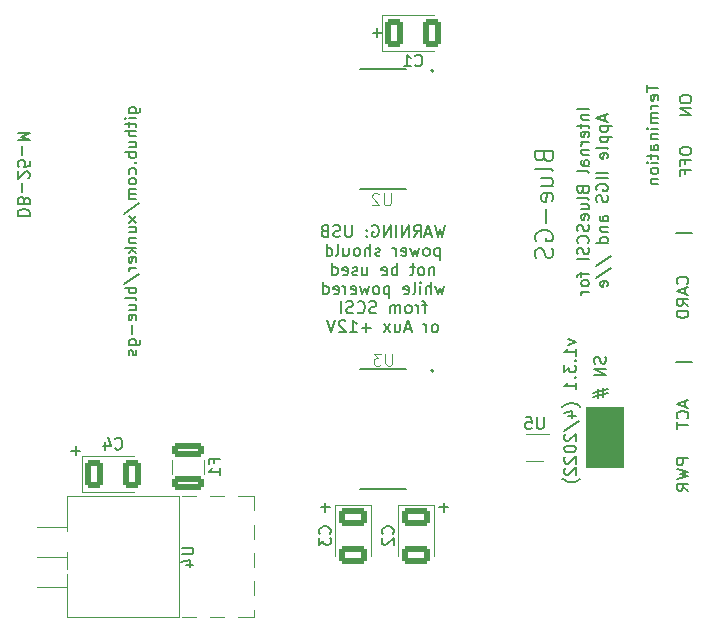
<source format=gbo>
%TF.GenerationSoftware,KiCad,Pcbnew,(6.0.4-0)*%
%TF.CreationDate,2022-04-27T14:28:45-07:00*%
%TF.ProjectId,bluescsi_iigs_internal,626c7565-7363-4736-995f-696967735f69,rev?*%
%TF.SameCoordinates,Original*%
%TF.FileFunction,Legend,Bot*%
%TF.FilePolarity,Positive*%
%FSLAX46Y46*%
G04 Gerber Fmt 4.6, Leading zero omitted, Abs format (unit mm)*
G04 Created by KiCad (PCBNEW (6.0.4-0)) date 2022-04-27 14:28:45*
%MOMM*%
%LPD*%
G01*
G04 APERTURE LIST*
G04 Aperture macros list*
%AMRoundRect*
0 Rectangle with rounded corners*
0 $1 Rounding radius*
0 $2 $3 $4 $5 $6 $7 $8 $9 X,Y pos of 4 corners*
0 Add a 4 corners polygon primitive as box body*
4,1,4,$2,$3,$4,$5,$6,$7,$8,$9,$2,$3,0*
0 Add four circle primitives for the rounded corners*
1,1,$1+$1,$2,$3*
1,1,$1+$1,$4,$5*
1,1,$1+$1,$6,$7*
1,1,$1+$1,$8,$9*
0 Add four rect primitives between the rounded corners*
20,1,$1+$1,$2,$3,$4,$5,0*
20,1,$1+$1,$4,$5,$6,$7,0*
20,1,$1+$1,$6,$7,$8,$9,0*
20,1,$1+$1,$8,$9,$2,$3,0*%
G04 Aperture macros list end*
%ADD10C,0.100000*%
%ADD11C,0.150000*%
%ADD12C,0.200000*%
%ADD13C,0.120000*%
%ADD14C,0.127000*%
%ADD15R,3.480000X1.846667*%
%ADD16R,1.500000X0.400000*%
%ADD17O,2.000000X1.905000*%
%ADD18R,2.000000X1.905000*%
%ADD19O,3.500000X3.500000*%
%ADD20C,2.100000*%
%ADD21O,1.700000X1.700000*%
%ADD22R,1.700000X1.700000*%
%ADD23RoundRect,0.250000X1.075000X-0.375000X1.075000X0.375000X-1.075000X0.375000X-1.075000X-0.375000X0*%
%ADD24RoundRect,0.250000X-0.500000X-0.925000X0.500000X-0.925000X0.500000X0.925000X-0.500000X0.925000X0*%
%ADD25C,0.900000*%
%ADD26RoundRect,0.250000X-0.925000X0.500000X-0.925000X-0.500000X0.925000X-0.500000X0.925000X0.500000X0*%
%ADD27C,1.700000*%
%ADD28R,1.970000X0.600000*%
G04 APERTURE END LIST*
D10*
G36*
X180340000Y-89535000D02*
G01*
X177165000Y-89535000D01*
X177165000Y-84455000D01*
X180340000Y-84455000D01*
X180340000Y-89535000D01*
G37*
X180340000Y-89535000D02*
X177165000Y-89535000D01*
X177165000Y-84455000D01*
X180340000Y-84455000D01*
X180340000Y-89535000D01*
D11*
X178839761Y-80224523D02*
X178887380Y-80367380D01*
X178887380Y-80605476D01*
X178839761Y-80700714D01*
X178792142Y-80748333D01*
X178696904Y-80795952D01*
X178601666Y-80795952D01*
X178506428Y-80748333D01*
X178458809Y-80700714D01*
X178411190Y-80605476D01*
X178363571Y-80415000D01*
X178315952Y-80319761D01*
X178268333Y-80272142D01*
X178173095Y-80224523D01*
X178077857Y-80224523D01*
X177982619Y-80272142D01*
X177935000Y-80319761D01*
X177887380Y-80415000D01*
X177887380Y-80653095D01*
X177935000Y-80795952D01*
X178887380Y-81224523D02*
X177887380Y-81224523D01*
X178887380Y-81795952D01*
X177887380Y-81795952D01*
X178220714Y-82986428D02*
X178220714Y-83700714D01*
X177792142Y-83272142D02*
X179077857Y-82986428D01*
X178649285Y-83605476D02*
X178649285Y-82891190D01*
X179077857Y-83319761D02*
X177792142Y-83605476D01*
X129087619Y-68293809D02*
X130087619Y-68293809D01*
X130087619Y-68055714D01*
X130040000Y-67912857D01*
X129944761Y-67817619D01*
X129849523Y-67770000D01*
X129659047Y-67722380D01*
X129516190Y-67722380D01*
X129325714Y-67770000D01*
X129230476Y-67817619D01*
X129135238Y-67912857D01*
X129087619Y-68055714D01*
X129087619Y-68293809D01*
X129611428Y-66960476D02*
X129563809Y-66817619D01*
X129516190Y-66770000D01*
X129420952Y-66722380D01*
X129278095Y-66722380D01*
X129182857Y-66770000D01*
X129135238Y-66817619D01*
X129087619Y-66912857D01*
X129087619Y-67293809D01*
X130087619Y-67293809D01*
X130087619Y-66960476D01*
X130040000Y-66865238D01*
X129992380Y-66817619D01*
X129897142Y-66770000D01*
X129801904Y-66770000D01*
X129706666Y-66817619D01*
X129659047Y-66865238D01*
X129611428Y-66960476D01*
X129611428Y-67293809D01*
X129468571Y-66293809D02*
X129468571Y-65531904D01*
X129992380Y-65103333D02*
X130040000Y-65055714D01*
X130087619Y-64960476D01*
X130087619Y-64722380D01*
X130040000Y-64627142D01*
X129992380Y-64579523D01*
X129897142Y-64531904D01*
X129801904Y-64531904D01*
X129659047Y-64579523D01*
X129087619Y-65150952D01*
X129087619Y-64531904D01*
X130087619Y-63627142D02*
X130087619Y-64103333D01*
X129611428Y-64150952D01*
X129659047Y-64103333D01*
X129706666Y-64008095D01*
X129706666Y-63770000D01*
X129659047Y-63674761D01*
X129611428Y-63627142D01*
X129516190Y-63579523D01*
X129278095Y-63579523D01*
X129182857Y-63627142D01*
X129135238Y-63674761D01*
X129087619Y-63770000D01*
X129087619Y-64008095D01*
X129135238Y-64103333D01*
X129182857Y-64150952D01*
X129468571Y-63150952D02*
X129468571Y-62389047D01*
X129087619Y-61912857D02*
X130087619Y-61912857D01*
X129373333Y-61579523D01*
X130087619Y-61246190D01*
X129087619Y-61246190D01*
X186205714Y-69731619D02*
X184777142Y-69731619D01*
X185777142Y-74064952D02*
X185824761Y-74017333D01*
X185872380Y-73874476D01*
X185872380Y-73779238D01*
X185824761Y-73636380D01*
X185729523Y-73541142D01*
X185634285Y-73493523D01*
X185443809Y-73445904D01*
X185300952Y-73445904D01*
X185110476Y-73493523D01*
X185015238Y-73541142D01*
X184920000Y-73636380D01*
X184872380Y-73779238D01*
X184872380Y-73874476D01*
X184920000Y-74017333D01*
X184967619Y-74064952D01*
X185586666Y-74445904D02*
X185586666Y-74922095D01*
X185872380Y-74350666D02*
X184872380Y-74684000D01*
X185872380Y-75017333D01*
X185872380Y-75922095D02*
X185396190Y-75588761D01*
X185872380Y-75350666D02*
X184872380Y-75350666D01*
X184872380Y-75731619D01*
X184920000Y-75826857D01*
X184967619Y-75874476D01*
X185062857Y-75922095D01*
X185205714Y-75922095D01*
X185300952Y-75874476D01*
X185348571Y-75826857D01*
X185396190Y-75731619D01*
X185396190Y-75350666D01*
X185872380Y-76350666D02*
X184872380Y-76350666D01*
X184872380Y-76588761D01*
X184920000Y-76731619D01*
X185015238Y-76826857D01*
X185110476Y-76874476D01*
X185300952Y-76922095D01*
X185443809Y-76922095D01*
X185634285Y-76874476D01*
X185729523Y-76826857D01*
X185824761Y-76731619D01*
X185872380Y-76588761D01*
X185872380Y-76350666D01*
X186205714Y-80636380D02*
X184777142Y-80636380D01*
X175680714Y-78740761D02*
X176347380Y-78978857D01*
X175680714Y-79216952D01*
X176347380Y-80121714D02*
X176347380Y-79550285D01*
X176347380Y-79836000D02*
X175347380Y-79836000D01*
X175490238Y-79740761D01*
X175585476Y-79645523D01*
X175633095Y-79550285D01*
X176252142Y-80550285D02*
X176299761Y-80597904D01*
X176347380Y-80550285D01*
X176299761Y-80502666D01*
X176252142Y-80550285D01*
X176347380Y-80550285D01*
X175347380Y-80931238D02*
X175347380Y-81550285D01*
X175728333Y-81216952D01*
X175728333Y-81359809D01*
X175775952Y-81455047D01*
X175823571Y-81502666D01*
X175918809Y-81550285D01*
X176156904Y-81550285D01*
X176252142Y-81502666D01*
X176299761Y-81455047D01*
X176347380Y-81359809D01*
X176347380Y-81074095D01*
X176299761Y-80978857D01*
X176252142Y-80931238D01*
X176252142Y-81978857D02*
X176299761Y-82026476D01*
X176347380Y-81978857D01*
X176299761Y-81931238D01*
X176252142Y-81978857D01*
X176347380Y-81978857D01*
X176347380Y-82978857D02*
X176347380Y-82407428D01*
X176347380Y-82693142D02*
X175347380Y-82693142D01*
X175490238Y-82597904D01*
X175585476Y-82502666D01*
X175633095Y-82407428D01*
X176728333Y-84455047D02*
X176680714Y-84407428D01*
X176537857Y-84312190D01*
X176442619Y-84264571D01*
X176299761Y-84216952D01*
X176061666Y-84169333D01*
X175871190Y-84169333D01*
X175633095Y-84216952D01*
X175490238Y-84264571D01*
X175395000Y-84312190D01*
X175252142Y-84407428D01*
X175204523Y-84455047D01*
X175680714Y-85264571D02*
X176347380Y-85264571D01*
X175299761Y-85026476D02*
X176014047Y-84788380D01*
X176014047Y-85407428D01*
X175299761Y-86502666D02*
X176585476Y-85645523D01*
X175442619Y-86788380D02*
X175395000Y-86835999D01*
X175347380Y-86931238D01*
X175347380Y-87169333D01*
X175395000Y-87264571D01*
X175442619Y-87312190D01*
X175537857Y-87359809D01*
X175633095Y-87359809D01*
X175775952Y-87312190D01*
X176347380Y-86740761D01*
X176347380Y-87359809D01*
X175347380Y-87978857D02*
X175347380Y-88074095D01*
X175395000Y-88169333D01*
X175442619Y-88216952D01*
X175537857Y-88264571D01*
X175728333Y-88312190D01*
X175966428Y-88312190D01*
X176156904Y-88264571D01*
X176252142Y-88216952D01*
X176299761Y-88169333D01*
X176347380Y-88074095D01*
X176347380Y-87978857D01*
X176299761Y-87883619D01*
X176252142Y-87835999D01*
X176156904Y-87788380D01*
X175966428Y-87740761D01*
X175728333Y-87740761D01*
X175537857Y-87788380D01*
X175442619Y-87835999D01*
X175395000Y-87883619D01*
X175347380Y-87978857D01*
X175442619Y-88693142D02*
X175395000Y-88740761D01*
X175347380Y-88835999D01*
X175347380Y-89074095D01*
X175395000Y-89169333D01*
X175442619Y-89216952D01*
X175537857Y-89264571D01*
X175633095Y-89264571D01*
X175775952Y-89216952D01*
X176347380Y-88645523D01*
X176347380Y-89264571D01*
X175442619Y-89645523D02*
X175395000Y-89693142D01*
X175347380Y-89788380D01*
X175347380Y-90026476D01*
X175395000Y-90121714D01*
X175442619Y-90169333D01*
X175537857Y-90216952D01*
X175633095Y-90216952D01*
X175775952Y-90169333D01*
X176347380Y-89597904D01*
X176347380Y-90216952D01*
X176728333Y-90550285D02*
X176680714Y-90597904D01*
X176537857Y-90693142D01*
X176442619Y-90740761D01*
X176299761Y-90788380D01*
X176061666Y-90835999D01*
X175871190Y-90835999D01*
X175633095Y-90788380D01*
X175490238Y-90740761D01*
X175395000Y-90693142D01*
X175252142Y-90597904D01*
X175204523Y-90550285D01*
D12*
X173628857Y-63310000D02*
X173700285Y-63524285D01*
X173771714Y-63595714D01*
X173914571Y-63667142D01*
X174128857Y-63667142D01*
X174271714Y-63595714D01*
X174343142Y-63524285D01*
X174414571Y-63381428D01*
X174414571Y-62810000D01*
X172914571Y-62810000D01*
X172914571Y-63310000D01*
X172986000Y-63452857D01*
X173057428Y-63524285D01*
X173200285Y-63595714D01*
X173343142Y-63595714D01*
X173486000Y-63524285D01*
X173557428Y-63452857D01*
X173628857Y-63310000D01*
X173628857Y-62810000D01*
X174414571Y-64524285D02*
X174343142Y-64381428D01*
X174200285Y-64310000D01*
X172914571Y-64310000D01*
X173414571Y-65738571D02*
X174414571Y-65738571D01*
X173414571Y-65095714D02*
X174200285Y-65095714D01*
X174343142Y-65167142D01*
X174414571Y-65310000D01*
X174414571Y-65524285D01*
X174343142Y-65667142D01*
X174271714Y-65738571D01*
X174343142Y-67024285D02*
X174414571Y-66881428D01*
X174414571Y-66595714D01*
X174343142Y-66452857D01*
X174200285Y-66381428D01*
X173628857Y-66381428D01*
X173486000Y-66452857D01*
X173414571Y-66595714D01*
X173414571Y-66881428D01*
X173486000Y-67024285D01*
X173628857Y-67095714D01*
X173771714Y-67095714D01*
X173914571Y-66381428D01*
X173843142Y-67738571D02*
X173843142Y-68881428D01*
X172986000Y-70381428D02*
X172914571Y-70238571D01*
X172914571Y-70024285D01*
X172986000Y-69810000D01*
X173128857Y-69667142D01*
X173271714Y-69595714D01*
X173557428Y-69524285D01*
X173771714Y-69524285D01*
X174057428Y-69595714D01*
X174200285Y-69667142D01*
X174343142Y-69810000D01*
X174414571Y-70024285D01*
X174414571Y-70167142D01*
X174343142Y-70381428D01*
X174271714Y-70452857D01*
X173771714Y-70452857D01*
X173771714Y-70167142D01*
X174343142Y-71024285D02*
X174414571Y-71238571D01*
X174414571Y-71595714D01*
X174343142Y-71738571D01*
X174271714Y-71810000D01*
X174128857Y-71881428D01*
X173986000Y-71881428D01*
X173843142Y-71810000D01*
X173771714Y-71738571D01*
X173700285Y-71595714D01*
X173628857Y-71310000D01*
X173557428Y-71167142D01*
X173486000Y-71095714D01*
X173343142Y-71024285D01*
X173200285Y-71024285D01*
X173057428Y-71095714D01*
X172986000Y-71167142D01*
X172914571Y-71310000D01*
X172914571Y-71667142D01*
X172986000Y-71881428D01*
D11*
X133604047Y-88193571D02*
X134365952Y-88193571D01*
X133985000Y-87812619D02*
X133985000Y-88574523D01*
X177447380Y-59270285D02*
X176447380Y-59270285D01*
X176780714Y-59746476D02*
X177447380Y-59746476D01*
X176875952Y-59746476D02*
X176828333Y-59794095D01*
X176780714Y-59889333D01*
X176780714Y-60032190D01*
X176828333Y-60127428D01*
X176923571Y-60175047D01*
X177447380Y-60175047D01*
X176780714Y-60508380D02*
X176780714Y-60889333D01*
X176447380Y-60651238D02*
X177304523Y-60651238D01*
X177399761Y-60698857D01*
X177447380Y-60794095D01*
X177447380Y-60889333D01*
X177399761Y-61603619D02*
X177447380Y-61508380D01*
X177447380Y-61317904D01*
X177399761Y-61222666D01*
X177304523Y-61175047D01*
X176923571Y-61175047D01*
X176828333Y-61222666D01*
X176780714Y-61317904D01*
X176780714Y-61508380D01*
X176828333Y-61603619D01*
X176923571Y-61651238D01*
X177018809Y-61651238D01*
X177114047Y-61175047D01*
X177447380Y-62079809D02*
X176780714Y-62079809D01*
X176971190Y-62079809D02*
X176875952Y-62127428D01*
X176828333Y-62175047D01*
X176780714Y-62270285D01*
X176780714Y-62365523D01*
X176780714Y-62698857D02*
X177447380Y-62698857D01*
X176875952Y-62698857D02*
X176828333Y-62746476D01*
X176780714Y-62841714D01*
X176780714Y-62984571D01*
X176828333Y-63079809D01*
X176923571Y-63127428D01*
X177447380Y-63127428D01*
X177447380Y-64032190D02*
X176923571Y-64032190D01*
X176828333Y-63984571D01*
X176780714Y-63889333D01*
X176780714Y-63698857D01*
X176828333Y-63603619D01*
X177399761Y-64032190D02*
X177447380Y-63936952D01*
X177447380Y-63698857D01*
X177399761Y-63603619D01*
X177304523Y-63556000D01*
X177209285Y-63556000D01*
X177114047Y-63603619D01*
X177066428Y-63698857D01*
X177066428Y-63936952D01*
X177018809Y-64032190D01*
X177447380Y-64651238D02*
X177399761Y-64556000D01*
X177304523Y-64508380D01*
X176447380Y-64508380D01*
X176923571Y-66127428D02*
X176971190Y-66270285D01*
X177018809Y-66317904D01*
X177114047Y-66365523D01*
X177256904Y-66365523D01*
X177352142Y-66317904D01*
X177399761Y-66270285D01*
X177447380Y-66175047D01*
X177447380Y-65794095D01*
X176447380Y-65794095D01*
X176447380Y-66127428D01*
X176495000Y-66222666D01*
X176542619Y-66270285D01*
X176637857Y-66317904D01*
X176733095Y-66317904D01*
X176828333Y-66270285D01*
X176875952Y-66222666D01*
X176923571Y-66127428D01*
X176923571Y-65794095D01*
X177447380Y-66936952D02*
X177399761Y-66841714D01*
X177304523Y-66794095D01*
X176447380Y-66794095D01*
X176780714Y-67746476D02*
X177447380Y-67746476D01*
X176780714Y-67317904D02*
X177304523Y-67317904D01*
X177399761Y-67365523D01*
X177447380Y-67460761D01*
X177447380Y-67603619D01*
X177399761Y-67698857D01*
X177352142Y-67746476D01*
X177399761Y-68603619D02*
X177447380Y-68508380D01*
X177447380Y-68317904D01*
X177399761Y-68222666D01*
X177304523Y-68175047D01*
X176923571Y-68175047D01*
X176828333Y-68222666D01*
X176780714Y-68317904D01*
X176780714Y-68508380D01*
X176828333Y-68603619D01*
X176923571Y-68651238D01*
X177018809Y-68651238D01*
X177114047Y-68175047D01*
X177399761Y-69032190D02*
X177447380Y-69175047D01*
X177447380Y-69413142D01*
X177399761Y-69508380D01*
X177352142Y-69556000D01*
X177256904Y-69603619D01*
X177161666Y-69603619D01*
X177066428Y-69556000D01*
X177018809Y-69508380D01*
X176971190Y-69413142D01*
X176923571Y-69222666D01*
X176875952Y-69127428D01*
X176828333Y-69079809D01*
X176733095Y-69032190D01*
X176637857Y-69032190D01*
X176542619Y-69079809D01*
X176495000Y-69127428D01*
X176447380Y-69222666D01*
X176447380Y-69460761D01*
X176495000Y-69603619D01*
X177352142Y-70603619D02*
X177399761Y-70556000D01*
X177447380Y-70413142D01*
X177447380Y-70317904D01*
X177399761Y-70175047D01*
X177304523Y-70079809D01*
X177209285Y-70032190D01*
X177018809Y-69984571D01*
X176875952Y-69984571D01*
X176685476Y-70032190D01*
X176590238Y-70079809D01*
X176495000Y-70175047D01*
X176447380Y-70317904D01*
X176447380Y-70413142D01*
X176495000Y-70556000D01*
X176542619Y-70603619D01*
X177399761Y-70984571D02*
X177447380Y-71127428D01*
X177447380Y-71365523D01*
X177399761Y-71460761D01*
X177352142Y-71508380D01*
X177256904Y-71556000D01*
X177161666Y-71556000D01*
X177066428Y-71508380D01*
X177018809Y-71460761D01*
X176971190Y-71365523D01*
X176923571Y-71175047D01*
X176875952Y-71079809D01*
X176828333Y-71032190D01*
X176733095Y-70984571D01*
X176637857Y-70984571D01*
X176542619Y-71032190D01*
X176495000Y-71079809D01*
X176447380Y-71175047D01*
X176447380Y-71413142D01*
X176495000Y-71556000D01*
X177447380Y-71984571D02*
X176447380Y-71984571D01*
X176780714Y-73079809D02*
X176780714Y-73460761D01*
X177447380Y-73222666D02*
X176590238Y-73222666D01*
X176495000Y-73270285D01*
X176447380Y-73365523D01*
X176447380Y-73460761D01*
X177447380Y-73936952D02*
X177399761Y-73841714D01*
X177352142Y-73794095D01*
X177256904Y-73746476D01*
X176971190Y-73746476D01*
X176875952Y-73794095D01*
X176828333Y-73841714D01*
X176780714Y-73936952D01*
X176780714Y-74079809D01*
X176828333Y-74175047D01*
X176875952Y-74222666D01*
X176971190Y-74270285D01*
X177256904Y-74270285D01*
X177352142Y-74222666D01*
X177399761Y-74175047D01*
X177447380Y-74079809D01*
X177447380Y-73936952D01*
X177447380Y-74698857D02*
X176780714Y-74698857D01*
X176971190Y-74698857D02*
X176875952Y-74746476D01*
X176828333Y-74794095D01*
X176780714Y-74889333D01*
X176780714Y-74984571D01*
X178771666Y-59794095D02*
X178771666Y-60270285D01*
X179057380Y-59698857D02*
X178057380Y-60032190D01*
X179057380Y-60365523D01*
X178390714Y-60698857D02*
X179390714Y-60698857D01*
X178438333Y-60698857D02*
X178390714Y-60794095D01*
X178390714Y-60984571D01*
X178438333Y-61079809D01*
X178485952Y-61127428D01*
X178581190Y-61175047D01*
X178866904Y-61175047D01*
X178962142Y-61127428D01*
X179009761Y-61079809D01*
X179057380Y-60984571D01*
X179057380Y-60794095D01*
X179009761Y-60698857D01*
X178390714Y-61603619D02*
X179390714Y-61603619D01*
X178438333Y-61603619D02*
X178390714Y-61698857D01*
X178390714Y-61889333D01*
X178438333Y-61984571D01*
X178485952Y-62032190D01*
X178581190Y-62079809D01*
X178866904Y-62079809D01*
X178962142Y-62032190D01*
X179009761Y-61984571D01*
X179057380Y-61889333D01*
X179057380Y-61698857D01*
X179009761Y-61603619D01*
X179057380Y-62651238D02*
X179009761Y-62556000D01*
X178914523Y-62508380D01*
X178057380Y-62508380D01*
X179009761Y-63413142D02*
X179057380Y-63317904D01*
X179057380Y-63127428D01*
X179009761Y-63032190D01*
X178914523Y-62984571D01*
X178533571Y-62984571D01*
X178438333Y-63032190D01*
X178390714Y-63127428D01*
X178390714Y-63317904D01*
X178438333Y-63413142D01*
X178533571Y-63460761D01*
X178628809Y-63460761D01*
X178724047Y-62984571D01*
X179057380Y-64651238D02*
X178057380Y-64651238D01*
X179057380Y-65127428D02*
X178057380Y-65127428D01*
X178105000Y-66127428D02*
X178057380Y-66032190D01*
X178057380Y-65889333D01*
X178105000Y-65746476D01*
X178200238Y-65651238D01*
X178295476Y-65603619D01*
X178485952Y-65556000D01*
X178628809Y-65556000D01*
X178819285Y-65603619D01*
X178914523Y-65651238D01*
X179009761Y-65746476D01*
X179057380Y-65889333D01*
X179057380Y-65984571D01*
X179009761Y-66127428D01*
X178962142Y-66175047D01*
X178628809Y-66175047D01*
X178628809Y-65984571D01*
X179009761Y-66556000D02*
X179057380Y-66698857D01*
X179057380Y-66936952D01*
X179009761Y-67032190D01*
X178962142Y-67079809D01*
X178866904Y-67127428D01*
X178771666Y-67127428D01*
X178676428Y-67079809D01*
X178628809Y-67032190D01*
X178581190Y-66936952D01*
X178533571Y-66746476D01*
X178485952Y-66651238D01*
X178438333Y-66603619D01*
X178343095Y-66556000D01*
X178247857Y-66556000D01*
X178152619Y-66603619D01*
X178105000Y-66651238D01*
X178057380Y-66746476D01*
X178057380Y-66984571D01*
X178105000Y-67127428D01*
X179057380Y-68746476D02*
X178533571Y-68746476D01*
X178438333Y-68698857D01*
X178390714Y-68603619D01*
X178390714Y-68413142D01*
X178438333Y-68317904D01*
X179009761Y-68746476D02*
X179057380Y-68651238D01*
X179057380Y-68413142D01*
X179009761Y-68317904D01*
X178914523Y-68270285D01*
X178819285Y-68270285D01*
X178724047Y-68317904D01*
X178676428Y-68413142D01*
X178676428Y-68651238D01*
X178628809Y-68746476D01*
X178390714Y-69222666D02*
X179057380Y-69222666D01*
X178485952Y-69222666D02*
X178438333Y-69270285D01*
X178390714Y-69365523D01*
X178390714Y-69508380D01*
X178438333Y-69603619D01*
X178533571Y-69651238D01*
X179057380Y-69651238D01*
X179057380Y-70556000D02*
X178057380Y-70556000D01*
X179009761Y-70556000D02*
X179057380Y-70460761D01*
X179057380Y-70270285D01*
X179009761Y-70175047D01*
X178962142Y-70127428D01*
X178866904Y-70079809D01*
X178581190Y-70079809D01*
X178485952Y-70127428D01*
X178438333Y-70175047D01*
X178390714Y-70270285D01*
X178390714Y-70460761D01*
X178438333Y-70556000D01*
X178009761Y-72508380D02*
X179295476Y-71651238D01*
X178009761Y-73556000D02*
X179295476Y-72698857D01*
X179009761Y-74270285D02*
X179057380Y-74175047D01*
X179057380Y-73984571D01*
X179009761Y-73889333D01*
X178914523Y-73841714D01*
X178533571Y-73841714D01*
X178438333Y-73889333D01*
X178390714Y-73984571D01*
X178390714Y-74175047D01*
X178438333Y-74270285D01*
X178533571Y-74317904D01*
X178628809Y-74317904D01*
X178724047Y-73841714D01*
X165281904Y-69087380D02*
X165043809Y-70087380D01*
X164853333Y-69373095D01*
X164662857Y-70087380D01*
X164424761Y-69087380D01*
X164091428Y-69801666D02*
X163615238Y-69801666D01*
X164186666Y-70087380D02*
X163853333Y-69087380D01*
X163520000Y-70087380D01*
X162615238Y-70087380D02*
X162948571Y-69611190D01*
X163186666Y-70087380D02*
X163186666Y-69087380D01*
X162805714Y-69087380D01*
X162710476Y-69135000D01*
X162662857Y-69182619D01*
X162615238Y-69277857D01*
X162615238Y-69420714D01*
X162662857Y-69515952D01*
X162710476Y-69563571D01*
X162805714Y-69611190D01*
X163186666Y-69611190D01*
X162186666Y-70087380D02*
X162186666Y-69087380D01*
X161615238Y-70087380D01*
X161615238Y-69087380D01*
X161139047Y-70087380D02*
X161139047Y-69087380D01*
X160662857Y-70087380D02*
X160662857Y-69087380D01*
X160091428Y-70087380D01*
X160091428Y-69087380D01*
X159091428Y-69135000D02*
X159186666Y-69087380D01*
X159329523Y-69087380D01*
X159472380Y-69135000D01*
X159567619Y-69230238D01*
X159615238Y-69325476D01*
X159662857Y-69515952D01*
X159662857Y-69658809D01*
X159615238Y-69849285D01*
X159567619Y-69944523D01*
X159472380Y-70039761D01*
X159329523Y-70087380D01*
X159234285Y-70087380D01*
X159091428Y-70039761D01*
X159043809Y-69992142D01*
X159043809Y-69658809D01*
X159234285Y-69658809D01*
X158615238Y-69992142D02*
X158567619Y-70039761D01*
X158615238Y-70087380D01*
X158662857Y-70039761D01*
X158615238Y-69992142D01*
X158615238Y-70087380D01*
X158615238Y-69468333D02*
X158567619Y-69515952D01*
X158615238Y-69563571D01*
X158662857Y-69515952D01*
X158615238Y-69468333D01*
X158615238Y-69563571D01*
X157377142Y-69087380D02*
X157377142Y-69896904D01*
X157329523Y-69992142D01*
X157281904Y-70039761D01*
X157186666Y-70087380D01*
X156996190Y-70087380D01*
X156900952Y-70039761D01*
X156853333Y-69992142D01*
X156805714Y-69896904D01*
X156805714Y-69087380D01*
X156377142Y-70039761D02*
X156234285Y-70087380D01*
X155996190Y-70087380D01*
X155900952Y-70039761D01*
X155853333Y-69992142D01*
X155805714Y-69896904D01*
X155805714Y-69801666D01*
X155853333Y-69706428D01*
X155900952Y-69658809D01*
X155996190Y-69611190D01*
X156186666Y-69563571D01*
X156281904Y-69515952D01*
X156329523Y-69468333D01*
X156377142Y-69373095D01*
X156377142Y-69277857D01*
X156329523Y-69182619D01*
X156281904Y-69135000D01*
X156186666Y-69087380D01*
X155948571Y-69087380D01*
X155805714Y-69135000D01*
X155043809Y-69563571D02*
X154900952Y-69611190D01*
X154853333Y-69658809D01*
X154805714Y-69754047D01*
X154805714Y-69896904D01*
X154853333Y-69992142D01*
X154900952Y-70039761D01*
X154996190Y-70087380D01*
X155377142Y-70087380D01*
X155377142Y-69087380D01*
X155043809Y-69087380D01*
X154948571Y-69135000D01*
X154900952Y-69182619D01*
X154853333Y-69277857D01*
X154853333Y-69373095D01*
X154900952Y-69468333D01*
X154948571Y-69515952D01*
X155043809Y-69563571D01*
X155377142Y-69563571D01*
X164805714Y-71030714D02*
X164805714Y-72030714D01*
X164805714Y-71078333D02*
X164710476Y-71030714D01*
X164520000Y-71030714D01*
X164424761Y-71078333D01*
X164377142Y-71125952D01*
X164329523Y-71221190D01*
X164329523Y-71506904D01*
X164377142Y-71602142D01*
X164424761Y-71649761D01*
X164520000Y-71697380D01*
X164710476Y-71697380D01*
X164805714Y-71649761D01*
X163758095Y-71697380D02*
X163853333Y-71649761D01*
X163900952Y-71602142D01*
X163948571Y-71506904D01*
X163948571Y-71221190D01*
X163900952Y-71125952D01*
X163853333Y-71078333D01*
X163758095Y-71030714D01*
X163615238Y-71030714D01*
X163520000Y-71078333D01*
X163472380Y-71125952D01*
X163424761Y-71221190D01*
X163424761Y-71506904D01*
X163472380Y-71602142D01*
X163520000Y-71649761D01*
X163615238Y-71697380D01*
X163758095Y-71697380D01*
X163091428Y-71030714D02*
X162900952Y-71697380D01*
X162710476Y-71221190D01*
X162520000Y-71697380D01*
X162329523Y-71030714D01*
X161567619Y-71649761D02*
X161662857Y-71697380D01*
X161853333Y-71697380D01*
X161948571Y-71649761D01*
X161996190Y-71554523D01*
X161996190Y-71173571D01*
X161948571Y-71078333D01*
X161853333Y-71030714D01*
X161662857Y-71030714D01*
X161567619Y-71078333D01*
X161520000Y-71173571D01*
X161520000Y-71268809D01*
X161996190Y-71364047D01*
X161091428Y-71697380D02*
X161091428Y-71030714D01*
X161091428Y-71221190D02*
X161043809Y-71125952D01*
X160996190Y-71078333D01*
X160900952Y-71030714D01*
X160805714Y-71030714D01*
X159758095Y-71649761D02*
X159662857Y-71697380D01*
X159472380Y-71697380D01*
X159377142Y-71649761D01*
X159329523Y-71554523D01*
X159329523Y-71506904D01*
X159377142Y-71411666D01*
X159472380Y-71364047D01*
X159615238Y-71364047D01*
X159710476Y-71316428D01*
X159758095Y-71221190D01*
X159758095Y-71173571D01*
X159710476Y-71078333D01*
X159615238Y-71030714D01*
X159472380Y-71030714D01*
X159377142Y-71078333D01*
X158900952Y-71697380D02*
X158900952Y-70697380D01*
X158472380Y-71697380D02*
X158472380Y-71173571D01*
X158520000Y-71078333D01*
X158615238Y-71030714D01*
X158758095Y-71030714D01*
X158853333Y-71078333D01*
X158900952Y-71125952D01*
X157853333Y-71697380D02*
X157948571Y-71649761D01*
X157996190Y-71602142D01*
X158043809Y-71506904D01*
X158043809Y-71221190D01*
X157996190Y-71125952D01*
X157948571Y-71078333D01*
X157853333Y-71030714D01*
X157710476Y-71030714D01*
X157615238Y-71078333D01*
X157567619Y-71125952D01*
X157520000Y-71221190D01*
X157520000Y-71506904D01*
X157567619Y-71602142D01*
X157615238Y-71649761D01*
X157710476Y-71697380D01*
X157853333Y-71697380D01*
X156662857Y-71030714D02*
X156662857Y-71697380D01*
X157091428Y-71030714D02*
X157091428Y-71554523D01*
X157043809Y-71649761D01*
X156948571Y-71697380D01*
X156805714Y-71697380D01*
X156710476Y-71649761D01*
X156662857Y-71602142D01*
X156043809Y-71697380D02*
X156139047Y-71649761D01*
X156186666Y-71554523D01*
X156186666Y-70697380D01*
X155234285Y-71697380D02*
X155234285Y-70697380D01*
X155234285Y-71649761D02*
X155329523Y-71697380D01*
X155520000Y-71697380D01*
X155615238Y-71649761D01*
X155662857Y-71602142D01*
X155710476Y-71506904D01*
X155710476Y-71221190D01*
X155662857Y-71125952D01*
X155615238Y-71078333D01*
X155520000Y-71030714D01*
X155329523Y-71030714D01*
X155234285Y-71078333D01*
X164353333Y-72640714D02*
X164353333Y-73307380D01*
X164353333Y-72735952D02*
X164305714Y-72688333D01*
X164210476Y-72640714D01*
X164067619Y-72640714D01*
X163972380Y-72688333D01*
X163924761Y-72783571D01*
X163924761Y-73307380D01*
X163305714Y-73307380D02*
X163400952Y-73259761D01*
X163448571Y-73212142D01*
X163496190Y-73116904D01*
X163496190Y-72831190D01*
X163448571Y-72735952D01*
X163400952Y-72688333D01*
X163305714Y-72640714D01*
X163162857Y-72640714D01*
X163067619Y-72688333D01*
X163020000Y-72735952D01*
X162972380Y-72831190D01*
X162972380Y-73116904D01*
X163020000Y-73212142D01*
X163067619Y-73259761D01*
X163162857Y-73307380D01*
X163305714Y-73307380D01*
X162686666Y-72640714D02*
X162305714Y-72640714D01*
X162543809Y-72307380D02*
X162543809Y-73164523D01*
X162496190Y-73259761D01*
X162400952Y-73307380D01*
X162305714Y-73307380D01*
X161210476Y-73307380D02*
X161210476Y-72307380D01*
X161210476Y-72688333D02*
X161115238Y-72640714D01*
X160924761Y-72640714D01*
X160829523Y-72688333D01*
X160781904Y-72735952D01*
X160734285Y-72831190D01*
X160734285Y-73116904D01*
X160781904Y-73212142D01*
X160829523Y-73259761D01*
X160924761Y-73307380D01*
X161115238Y-73307380D01*
X161210476Y-73259761D01*
X159924761Y-73259761D02*
X160020000Y-73307380D01*
X160210476Y-73307380D01*
X160305714Y-73259761D01*
X160353333Y-73164523D01*
X160353333Y-72783571D01*
X160305714Y-72688333D01*
X160210476Y-72640714D01*
X160020000Y-72640714D01*
X159924761Y-72688333D01*
X159877142Y-72783571D01*
X159877142Y-72878809D01*
X160353333Y-72974047D01*
X158258095Y-72640714D02*
X158258095Y-73307380D01*
X158686666Y-72640714D02*
X158686666Y-73164523D01*
X158639047Y-73259761D01*
X158543809Y-73307380D01*
X158400952Y-73307380D01*
X158305714Y-73259761D01*
X158258095Y-73212142D01*
X157829523Y-73259761D02*
X157734285Y-73307380D01*
X157543809Y-73307380D01*
X157448571Y-73259761D01*
X157400952Y-73164523D01*
X157400952Y-73116904D01*
X157448571Y-73021666D01*
X157543809Y-72974047D01*
X157686666Y-72974047D01*
X157781904Y-72926428D01*
X157829523Y-72831190D01*
X157829523Y-72783571D01*
X157781904Y-72688333D01*
X157686666Y-72640714D01*
X157543809Y-72640714D01*
X157448571Y-72688333D01*
X156591428Y-73259761D02*
X156686666Y-73307380D01*
X156877142Y-73307380D01*
X156972380Y-73259761D01*
X157020000Y-73164523D01*
X157020000Y-72783571D01*
X156972380Y-72688333D01*
X156877142Y-72640714D01*
X156686666Y-72640714D01*
X156591428Y-72688333D01*
X156543809Y-72783571D01*
X156543809Y-72878809D01*
X157020000Y-72974047D01*
X155686666Y-73307380D02*
X155686666Y-72307380D01*
X155686666Y-73259761D02*
X155781904Y-73307380D01*
X155972380Y-73307380D01*
X156067619Y-73259761D01*
X156115238Y-73212142D01*
X156162857Y-73116904D01*
X156162857Y-72831190D01*
X156115238Y-72735952D01*
X156067619Y-72688333D01*
X155972380Y-72640714D01*
X155781904Y-72640714D01*
X155686666Y-72688333D01*
X165210476Y-74250714D02*
X165020000Y-74917380D01*
X164829523Y-74441190D01*
X164639047Y-74917380D01*
X164448571Y-74250714D01*
X164067619Y-74917380D02*
X164067619Y-73917380D01*
X163639047Y-74917380D02*
X163639047Y-74393571D01*
X163686666Y-74298333D01*
X163781904Y-74250714D01*
X163924761Y-74250714D01*
X164020000Y-74298333D01*
X164067619Y-74345952D01*
X163162857Y-74917380D02*
X163162857Y-74250714D01*
X163162857Y-73917380D02*
X163210476Y-73965000D01*
X163162857Y-74012619D01*
X163115238Y-73965000D01*
X163162857Y-73917380D01*
X163162857Y-74012619D01*
X162543809Y-74917380D02*
X162639047Y-74869761D01*
X162686666Y-74774523D01*
X162686666Y-73917380D01*
X161781904Y-74869761D02*
X161877142Y-74917380D01*
X162067619Y-74917380D01*
X162162857Y-74869761D01*
X162210476Y-74774523D01*
X162210476Y-74393571D01*
X162162857Y-74298333D01*
X162067619Y-74250714D01*
X161877142Y-74250714D01*
X161781904Y-74298333D01*
X161734285Y-74393571D01*
X161734285Y-74488809D01*
X162210476Y-74584047D01*
X160543809Y-74250714D02*
X160543809Y-75250714D01*
X160543809Y-74298333D02*
X160448571Y-74250714D01*
X160258095Y-74250714D01*
X160162857Y-74298333D01*
X160115238Y-74345952D01*
X160067619Y-74441190D01*
X160067619Y-74726904D01*
X160115238Y-74822142D01*
X160162857Y-74869761D01*
X160258095Y-74917380D01*
X160448571Y-74917380D01*
X160543809Y-74869761D01*
X159496190Y-74917380D02*
X159591428Y-74869761D01*
X159639047Y-74822142D01*
X159686666Y-74726904D01*
X159686666Y-74441190D01*
X159639047Y-74345952D01*
X159591428Y-74298333D01*
X159496190Y-74250714D01*
X159353333Y-74250714D01*
X159258095Y-74298333D01*
X159210476Y-74345952D01*
X159162857Y-74441190D01*
X159162857Y-74726904D01*
X159210476Y-74822142D01*
X159258095Y-74869761D01*
X159353333Y-74917380D01*
X159496190Y-74917380D01*
X158829523Y-74250714D02*
X158639047Y-74917380D01*
X158448571Y-74441190D01*
X158258095Y-74917380D01*
X158067619Y-74250714D01*
X157305714Y-74869761D02*
X157400952Y-74917380D01*
X157591428Y-74917380D01*
X157686666Y-74869761D01*
X157734285Y-74774523D01*
X157734285Y-74393571D01*
X157686666Y-74298333D01*
X157591428Y-74250714D01*
X157400952Y-74250714D01*
X157305714Y-74298333D01*
X157258095Y-74393571D01*
X157258095Y-74488809D01*
X157734285Y-74584047D01*
X156829523Y-74917380D02*
X156829523Y-74250714D01*
X156829523Y-74441190D02*
X156781904Y-74345952D01*
X156734285Y-74298333D01*
X156639047Y-74250714D01*
X156543809Y-74250714D01*
X155829523Y-74869761D02*
X155924761Y-74917380D01*
X156115238Y-74917380D01*
X156210476Y-74869761D01*
X156258095Y-74774523D01*
X156258095Y-74393571D01*
X156210476Y-74298333D01*
X156115238Y-74250714D01*
X155924761Y-74250714D01*
X155829523Y-74298333D01*
X155781904Y-74393571D01*
X155781904Y-74488809D01*
X156258095Y-74584047D01*
X154924761Y-74917380D02*
X154924761Y-73917380D01*
X154924761Y-74869761D02*
X155020000Y-74917380D01*
X155210476Y-74917380D01*
X155305714Y-74869761D01*
X155353333Y-74822142D01*
X155400952Y-74726904D01*
X155400952Y-74441190D01*
X155353333Y-74345952D01*
X155305714Y-74298333D01*
X155210476Y-74250714D01*
X155020000Y-74250714D01*
X154924761Y-74298333D01*
X163710476Y-75860714D02*
X163329523Y-75860714D01*
X163567619Y-76527380D02*
X163567619Y-75670238D01*
X163520000Y-75575000D01*
X163424761Y-75527380D01*
X163329523Y-75527380D01*
X162996190Y-76527380D02*
X162996190Y-75860714D01*
X162996190Y-76051190D02*
X162948571Y-75955952D01*
X162900952Y-75908333D01*
X162805714Y-75860714D01*
X162710476Y-75860714D01*
X162234285Y-76527380D02*
X162329523Y-76479761D01*
X162377142Y-76432142D01*
X162424761Y-76336904D01*
X162424761Y-76051190D01*
X162377142Y-75955952D01*
X162329523Y-75908333D01*
X162234285Y-75860714D01*
X162091428Y-75860714D01*
X161996190Y-75908333D01*
X161948571Y-75955952D01*
X161900952Y-76051190D01*
X161900952Y-76336904D01*
X161948571Y-76432142D01*
X161996190Y-76479761D01*
X162091428Y-76527380D01*
X162234285Y-76527380D01*
X161472380Y-76527380D02*
X161472380Y-75860714D01*
X161472380Y-75955952D02*
X161424761Y-75908333D01*
X161329523Y-75860714D01*
X161186666Y-75860714D01*
X161091428Y-75908333D01*
X161043809Y-76003571D01*
X161043809Y-76527380D01*
X161043809Y-76003571D02*
X160996190Y-75908333D01*
X160900952Y-75860714D01*
X160758095Y-75860714D01*
X160662857Y-75908333D01*
X160615238Y-76003571D01*
X160615238Y-76527380D01*
X159424761Y-76479761D02*
X159281904Y-76527380D01*
X159043809Y-76527380D01*
X158948571Y-76479761D01*
X158900952Y-76432142D01*
X158853333Y-76336904D01*
X158853333Y-76241666D01*
X158900952Y-76146428D01*
X158948571Y-76098809D01*
X159043809Y-76051190D01*
X159234285Y-76003571D01*
X159329523Y-75955952D01*
X159377142Y-75908333D01*
X159424761Y-75813095D01*
X159424761Y-75717857D01*
X159377142Y-75622619D01*
X159329523Y-75575000D01*
X159234285Y-75527380D01*
X158996190Y-75527380D01*
X158853333Y-75575000D01*
X157853333Y-76432142D02*
X157900952Y-76479761D01*
X158043809Y-76527380D01*
X158139047Y-76527380D01*
X158281904Y-76479761D01*
X158377142Y-76384523D01*
X158424761Y-76289285D01*
X158472380Y-76098809D01*
X158472380Y-75955952D01*
X158424761Y-75765476D01*
X158377142Y-75670238D01*
X158281904Y-75575000D01*
X158139047Y-75527380D01*
X158043809Y-75527380D01*
X157900952Y-75575000D01*
X157853333Y-75622619D01*
X157472380Y-76479761D02*
X157329523Y-76527380D01*
X157091428Y-76527380D01*
X156996190Y-76479761D01*
X156948571Y-76432142D01*
X156900952Y-76336904D01*
X156900952Y-76241666D01*
X156948571Y-76146428D01*
X156996190Y-76098809D01*
X157091428Y-76051190D01*
X157281904Y-76003571D01*
X157377142Y-75955952D01*
X157424761Y-75908333D01*
X157472380Y-75813095D01*
X157472380Y-75717857D01*
X157424761Y-75622619D01*
X157377142Y-75575000D01*
X157281904Y-75527380D01*
X157043809Y-75527380D01*
X156900952Y-75575000D01*
X156472380Y-76527380D02*
X156472380Y-75527380D01*
X164448571Y-78137380D02*
X164543809Y-78089761D01*
X164591428Y-78042142D01*
X164639047Y-77946904D01*
X164639047Y-77661190D01*
X164591428Y-77565952D01*
X164543809Y-77518333D01*
X164448571Y-77470714D01*
X164305714Y-77470714D01*
X164210476Y-77518333D01*
X164162857Y-77565952D01*
X164115238Y-77661190D01*
X164115238Y-77946904D01*
X164162857Y-78042142D01*
X164210476Y-78089761D01*
X164305714Y-78137380D01*
X164448571Y-78137380D01*
X163686666Y-78137380D02*
X163686666Y-77470714D01*
X163686666Y-77661190D02*
X163639047Y-77565952D01*
X163591428Y-77518333D01*
X163496190Y-77470714D01*
X163400952Y-77470714D01*
X162353333Y-77851666D02*
X161877142Y-77851666D01*
X162448571Y-78137380D02*
X162115238Y-77137380D01*
X161781904Y-78137380D01*
X161020000Y-77470714D02*
X161020000Y-78137380D01*
X161448571Y-77470714D02*
X161448571Y-77994523D01*
X161400952Y-78089761D01*
X161305714Y-78137380D01*
X161162857Y-78137380D01*
X161067619Y-78089761D01*
X161020000Y-78042142D01*
X160639047Y-78137380D02*
X160115238Y-77470714D01*
X160639047Y-77470714D02*
X160115238Y-78137380D01*
X158972380Y-77756428D02*
X158210476Y-77756428D01*
X158591428Y-78137380D02*
X158591428Y-77375476D01*
X157210476Y-78137380D02*
X157781904Y-78137380D01*
X157496190Y-78137380D02*
X157496190Y-77137380D01*
X157591428Y-77280238D01*
X157686666Y-77375476D01*
X157781904Y-77423095D01*
X156829523Y-77232619D02*
X156781904Y-77185000D01*
X156686666Y-77137380D01*
X156448571Y-77137380D01*
X156353333Y-77185000D01*
X156305714Y-77232619D01*
X156258095Y-77327857D01*
X156258095Y-77423095D01*
X156305714Y-77565952D01*
X156877142Y-78137380D01*
X156258095Y-78137380D01*
X155972380Y-77137380D02*
X155639047Y-78137380D01*
X155305714Y-77137380D01*
X138469714Y-59572190D02*
X139279238Y-59572190D01*
X139374476Y-59524571D01*
X139422095Y-59476952D01*
X139469714Y-59381714D01*
X139469714Y-59238857D01*
X139422095Y-59143619D01*
X139088761Y-59572190D02*
X139136380Y-59476952D01*
X139136380Y-59286476D01*
X139088761Y-59191238D01*
X139041142Y-59143619D01*
X138945904Y-59096000D01*
X138660190Y-59096000D01*
X138564952Y-59143619D01*
X138517333Y-59191238D01*
X138469714Y-59286476D01*
X138469714Y-59476952D01*
X138517333Y-59572190D01*
X139136380Y-60048380D02*
X138469714Y-60048380D01*
X138136380Y-60048380D02*
X138184000Y-60000761D01*
X138231619Y-60048380D01*
X138184000Y-60096000D01*
X138136380Y-60048380D01*
X138231619Y-60048380D01*
X138469714Y-60381714D02*
X138469714Y-60762666D01*
X138136380Y-60524571D02*
X138993523Y-60524571D01*
X139088761Y-60572190D01*
X139136380Y-60667428D01*
X139136380Y-60762666D01*
X139136380Y-61096000D02*
X138136380Y-61096000D01*
X139136380Y-61524571D02*
X138612571Y-61524571D01*
X138517333Y-61476952D01*
X138469714Y-61381714D01*
X138469714Y-61238857D01*
X138517333Y-61143619D01*
X138564952Y-61096000D01*
X138469714Y-62429333D02*
X139136380Y-62429333D01*
X138469714Y-62000761D02*
X138993523Y-62000761D01*
X139088761Y-62048380D01*
X139136380Y-62143619D01*
X139136380Y-62286476D01*
X139088761Y-62381714D01*
X139041142Y-62429333D01*
X139136380Y-62905523D02*
X138136380Y-62905523D01*
X138517333Y-62905523D02*
X138469714Y-63000761D01*
X138469714Y-63191238D01*
X138517333Y-63286476D01*
X138564952Y-63334095D01*
X138660190Y-63381714D01*
X138945904Y-63381714D01*
X139041142Y-63334095D01*
X139088761Y-63286476D01*
X139136380Y-63191238D01*
X139136380Y-63000761D01*
X139088761Y-62905523D01*
X139041142Y-63810285D02*
X139088761Y-63857904D01*
X139136380Y-63810285D01*
X139088761Y-63762666D01*
X139041142Y-63810285D01*
X139136380Y-63810285D01*
X139088761Y-64715047D02*
X139136380Y-64619809D01*
X139136380Y-64429333D01*
X139088761Y-64334095D01*
X139041142Y-64286476D01*
X138945904Y-64238857D01*
X138660190Y-64238857D01*
X138564952Y-64286476D01*
X138517333Y-64334095D01*
X138469714Y-64429333D01*
X138469714Y-64619809D01*
X138517333Y-64715047D01*
X139136380Y-65286476D02*
X139088761Y-65191238D01*
X139041142Y-65143619D01*
X138945904Y-65096000D01*
X138660190Y-65096000D01*
X138564952Y-65143619D01*
X138517333Y-65191238D01*
X138469714Y-65286476D01*
X138469714Y-65429333D01*
X138517333Y-65524571D01*
X138564952Y-65572190D01*
X138660190Y-65619809D01*
X138945904Y-65619809D01*
X139041142Y-65572190D01*
X139088761Y-65524571D01*
X139136380Y-65429333D01*
X139136380Y-65286476D01*
X139136380Y-66048380D02*
X138469714Y-66048380D01*
X138564952Y-66048380D02*
X138517333Y-66096000D01*
X138469714Y-66191238D01*
X138469714Y-66334095D01*
X138517333Y-66429333D01*
X138612571Y-66476952D01*
X139136380Y-66476952D01*
X138612571Y-66476952D02*
X138517333Y-66524571D01*
X138469714Y-66619809D01*
X138469714Y-66762666D01*
X138517333Y-66857904D01*
X138612571Y-66905523D01*
X139136380Y-66905523D01*
X138088761Y-68096000D02*
X139374476Y-67238857D01*
X139136380Y-68334095D02*
X138469714Y-68857904D01*
X138469714Y-68334095D02*
X139136380Y-68857904D01*
X138469714Y-69667428D02*
X139136380Y-69667428D01*
X138469714Y-69238857D02*
X138993523Y-69238857D01*
X139088761Y-69286476D01*
X139136380Y-69381714D01*
X139136380Y-69524571D01*
X139088761Y-69619809D01*
X139041142Y-69667428D01*
X138469714Y-70143619D02*
X139136380Y-70143619D01*
X138564952Y-70143619D02*
X138517333Y-70191238D01*
X138469714Y-70286476D01*
X138469714Y-70429333D01*
X138517333Y-70524571D01*
X138612571Y-70572190D01*
X139136380Y-70572190D01*
X139136380Y-71048380D02*
X138136380Y-71048380D01*
X138755428Y-71143619D02*
X139136380Y-71429333D01*
X138469714Y-71429333D02*
X138850666Y-71048380D01*
X139088761Y-72238857D02*
X139136380Y-72143619D01*
X139136380Y-71953142D01*
X139088761Y-71857904D01*
X138993523Y-71810285D01*
X138612571Y-71810285D01*
X138517333Y-71857904D01*
X138469714Y-71953142D01*
X138469714Y-72143619D01*
X138517333Y-72238857D01*
X138612571Y-72286476D01*
X138707809Y-72286476D01*
X138803047Y-71810285D01*
X139136380Y-72715047D02*
X138469714Y-72715047D01*
X138660190Y-72715047D02*
X138564952Y-72762666D01*
X138517333Y-72810285D01*
X138469714Y-72905523D01*
X138469714Y-73000761D01*
X138088761Y-74048380D02*
X139374476Y-73191238D01*
X139136380Y-74381714D02*
X138136380Y-74381714D01*
X138517333Y-74381714D02*
X138469714Y-74476952D01*
X138469714Y-74667428D01*
X138517333Y-74762666D01*
X138564952Y-74810285D01*
X138660190Y-74857904D01*
X138945904Y-74857904D01*
X139041142Y-74810285D01*
X139088761Y-74762666D01*
X139136380Y-74667428D01*
X139136380Y-74476952D01*
X139088761Y-74381714D01*
X139136380Y-75429333D02*
X139088761Y-75334095D01*
X138993523Y-75286476D01*
X138136380Y-75286476D01*
X138469714Y-76238857D02*
X139136380Y-76238857D01*
X138469714Y-75810285D02*
X138993523Y-75810285D01*
X139088761Y-75857904D01*
X139136380Y-75953142D01*
X139136380Y-76096000D01*
X139088761Y-76191238D01*
X139041142Y-76238857D01*
X139088761Y-77096000D02*
X139136380Y-77000761D01*
X139136380Y-76810285D01*
X139088761Y-76715047D01*
X138993523Y-76667428D01*
X138612571Y-76667428D01*
X138517333Y-76715047D01*
X138469714Y-76810285D01*
X138469714Y-77000761D01*
X138517333Y-77096000D01*
X138612571Y-77143619D01*
X138707809Y-77143619D01*
X138803047Y-76667428D01*
X138755428Y-77572190D02*
X138755428Y-78334095D01*
X138469714Y-79238857D02*
X139279238Y-79238857D01*
X139374476Y-79191238D01*
X139422095Y-79143619D01*
X139469714Y-79048380D01*
X139469714Y-78905523D01*
X139422095Y-78810285D01*
X139088761Y-79238857D02*
X139136380Y-79143619D01*
X139136380Y-78953142D01*
X139088761Y-78857904D01*
X139041142Y-78810285D01*
X138945904Y-78762666D01*
X138660190Y-78762666D01*
X138564952Y-78810285D01*
X138517333Y-78857904D01*
X138469714Y-78953142D01*
X138469714Y-79143619D01*
X138517333Y-79238857D01*
X139088761Y-79667428D02*
X139136380Y-79762666D01*
X139136380Y-79953142D01*
X139088761Y-80048380D01*
X138993523Y-80096000D01*
X138945904Y-80096000D01*
X138850666Y-80048380D01*
X138803047Y-79953142D01*
X138803047Y-79810285D01*
X138755428Y-79715047D01*
X138660190Y-79667428D01*
X138612571Y-79667428D01*
X138517333Y-79715047D01*
X138469714Y-79810285D01*
X138469714Y-79953142D01*
X138517333Y-80048380D01*
X155138428Y-92583047D02*
X155138428Y-93344952D01*
X155519380Y-92964000D02*
X154757476Y-92964000D01*
X165171428Y-92583047D02*
X165171428Y-93344952D01*
X165552380Y-92964000D02*
X164790476Y-92964000D01*
X159892952Y-52776428D02*
X159131047Y-52776428D01*
X159512000Y-53157380D02*
X159512000Y-52395476D01*
X185126380Y-58325142D02*
X185126380Y-58515619D01*
X185174000Y-58610857D01*
X185269238Y-58706095D01*
X185459714Y-58753714D01*
X185793047Y-58753714D01*
X185983523Y-58706095D01*
X186078761Y-58610857D01*
X186126380Y-58515619D01*
X186126380Y-58325142D01*
X186078761Y-58229904D01*
X185983523Y-58134666D01*
X185793047Y-58087047D01*
X185459714Y-58087047D01*
X185269238Y-58134666D01*
X185174000Y-58229904D01*
X185126380Y-58325142D01*
X186126380Y-59182285D02*
X185126380Y-59182285D01*
X186126380Y-59753714D01*
X185126380Y-59753714D01*
X185126380Y-62706095D02*
X185126380Y-62896571D01*
X185174000Y-62991809D01*
X185269238Y-63087047D01*
X185459714Y-63134666D01*
X185793047Y-63134666D01*
X185983523Y-63087047D01*
X186078761Y-62991809D01*
X186126380Y-62896571D01*
X186126380Y-62706095D01*
X186078761Y-62610857D01*
X185983523Y-62515619D01*
X185793047Y-62468000D01*
X185459714Y-62468000D01*
X185269238Y-62515619D01*
X185174000Y-62610857D01*
X185126380Y-62706095D01*
X185602571Y-63896571D02*
X185602571Y-63563238D01*
X186126380Y-63563238D02*
X185126380Y-63563238D01*
X185126380Y-64039428D01*
X185602571Y-64753714D02*
X185602571Y-64420380D01*
X186126380Y-64420380D02*
X185126380Y-64420380D01*
X185126380Y-64896571D01*
X185872380Y-88836666D02*
X184872380Y-88836666D01*
X184872380Y-89217619D01*
X184920000Y-89312857D01*
X184967619Y-89360476D01*
X185062857Y-89408095D01*
X185205714Y-89408095D01*
X185300952Y-89360476D01*
X185348571Y-89312857D01*
X185396190Y-89217619D01*
X185396190Y-88836666D01*
X184872380Y-89741428D02*
X185872380Y-89979523D01*
X185158095Y-90170000D01*
X185872380Y-90360476D01*
X184872380Y-90598571D01*
X185872380Y-91550952D02*
X185396190Y-91217619D01*
X185872380Y-90979523D02*
X184872380Y-90979523D01*
X184872380Y-91360476D01*
X184920000Y-91455714D01*
X184967619Y-91503333D01*
X185062857Y-91550952D01*
X185205714Y-91550952D01*
X185300952Y-91503333D01*
X185348571Y-91455714D01*
X185396190Y-91360476D01*
X185396190Y-90979523D01*
X185586666Y-83970952D02*
X185586666Y-84447142D01*
X185872380Y-83875714D02*
X184872380Y-84209047D01*
X185872380Y-84542380D01*
X185777142Y-85447142D02*
X185824761Y-85399523D01*
X185872380Y-85256666D01*
X185872380Y-85161428D01*
X185824761Y-85018571D01*
X185729523Y-84923333D01*
X185634285Y-84875714D01*
X185443809Y-84828095D01*
X185300952Y-84828095D01*
X185110476Y-84875714D01*
X185015238Y-84923333D01*
X184920000Y-85018571D01*
X184872380Y-85161428D01*
X184872380Y-85256666D01*
X184920000Y-85399523D01*
X184967619Y-85447142D01*
X184872380Y-85732857D02*
X184872380Y-86304285D01*
X185872380Y-86018571D02*
X184872380Y-86018571D01*
X182332380Y-57206095D02*
X182332380Y-57777523D01*
X183332380Y-57491809D02*
X182332380Y-57491809D01*
X183284761Y-58491809D02*
X183332380Y-58396571D01*
X183332380Y-58206095D01*
X183284761Y-58110857D01*
X183189523Y-58063238D01*
X182808571Y-58063238D01*
X182713333Y-58110857D01*
X182665714Y-58206095D01*
X182665714Y-58396571D01*
X182713333Y-58491809D01*
X182808571Y-58539428D01*
X182903809Y-58539428D01*
X182999047Y-58063238D01*
X183332380Y-58968000D02*
X182665714Y-58968000D01*
X182856190Y-58968000D02*
X182760952Y-59015619D01*
X182713333Y-59063238D01*
X182665714Y-59158476D01*
X182665714Y-59253714D01*
X183332380Y-59587047D02*
X182665714Y-59587047D01*
X182760952Y-59587047D02*
X182713333Y-59634666D01*
X182665714Y-59729904D01*
X182665714Y-59872761D01*
X182713333Y-59968000D01*
X182808571Y-60015619D01*
X183332380Y-60015619D01*
X182808571Y-60015619D02*
X182713333Y-60063238D01*
X182665714Y-60158476D01*
X182665714Y-60301333D01*
X182713333Y-60396571D01*
X182808571Y-60444190D01*
X183332380Y-60444190D01*
X183332380Y-60920380D02*
X182665714Y-60920380D01*
X182332380Y-60920380D02*
X182380000Y-60872761D01*
X182427619Y-60920380D01*
X182380000Y-60968000D01*
X182332380Y-60920380D01*
X182427619Y-60920380D01*
X182665714Y-61396571D02*
X183332380Y-61396571D01*
X182760952Y-61396571D02*
X182713333Y-61444190D01*
X182665714Y-61539428D01*
X182665714Y-61682285D01*
X182713333Y-61777523D01*
X182808571Y-61825142D01*
X183332380Y-61825142D01*
X183332380Y-62729904D02*
X182808571Y-62729904D01*
X182713333Y-62682285D01*
X182665714Y-62587047D01*
X182665714Y-62396571D01*
X182713333Y-62301333D01*
X183284761Y-62729904D02*
X183332380Y-62634666D01*
X183332380Y-62396571D01*
X183284761Y-62301333D01*
X183189523Y-62253714D01*
X183094285Y-62253714D01*
X182999047Y-62301333D01*
X182951428Y-62396571D01*
X182951428Y-62634666D01*
X182903809Y-62729904D01*
X182665714Y-63063238D02*
X182665714Y-63444190D01*
X182332380Y-63206095D02*
X183189523Y-63206095D01*
X183284761Y-63253714D01*
X183332380Y-63348952D01*
X183332380Y-63444190D01*
X183332380Y-63777523D02*
X182665714Y-63777523D01*
X182332380Y-63777523D02*
X182380000Y-63729904D01*
X182427619Y-63777523D01*
X182380000Y-63825142D01*
X182332380Y-63777523D01*
X182427619Y-63777523D01*
X183332380Y-64396571D02*
X183284761Y-64301333D01*
X183237142Y-64253714D01*
X183141904Y-64206095D01*
X182856190Y-64206095D01*
X182760952Y-64253714D01*
X182713333Y-64301333D01*
X182665714Y-64396571D01*
X182665714Y-64539428D01*
X182713333Y-64634666D01*
X182760952Y-64682285D01*
X182856190Y-64729904D01*
X183141904Y-64729904D01*
X183237142Y-64682285D01*
X183284761Y-64634666D01*
X183332380Y-64539428D01*
X183332380Y-64396571D01*
X182665714Y-65158476D02*
X183332380Y-65158476D01*
X182760952Y-65158476D02*
X182713333Y-65206095D01*
X182665714Y-65301333D01*
X182665714Y-65444190D01*
X182713333Y-65539428D01*
X182808571Y-65587047D01*
X183332380Y-65587047D01*
%TO.C,U5*%
X173608904Y-85336380D02*
X173608904Y-86145904D01*
X173561285Y-86241142D01*
X173513666Y-86288761D01*
X173418428Y-86336380D01*
X173227952Y-86336380D01*
X173132714Y-86288761D01*
X173085095Y-86241142D01*
X173037476Y-86145904D01*
X173037476Y-85336380D01*
X172085095Y-85336380D02*
X172561285Y-85336380D01*
X172608904Y-85812571D01*
X172561285Y-85764952D01*
X172466047Y-85717333D01*
X172227952Y-85717333D01*
X172132714Y-85764952D01*
X172085095Y-85812571D01*
X172037476Y-85907809D01*
X172037476Y-86145904D01*
X172085095Y-86241142D01*
X172132714Y-86288761D01*
X172227952Y-86336380D01*
X172466047Y-86336380D01*
X172561285Y-86288761D01*
X172608904Y-86241142D01*
%TO.C,U4*%
X142962380Y-96393095D02*
X143771904Y-96393095D01*
X143867142Y-96440714D01*
X143914761Y-96488333D01*
X143962380Y-96583571D01*
X143962380Y-96774047D01*
X143914761Y-96869285D01*
X143867142Y-96916904D01*
X143771904Y-96964523D01*
X142962380Y-96964523D01*
X143295714Y-97869285D02*
X143962380Y-97869285D01*
X142914761Y-97631190D02*
X143629047Y-97393095D01*
X143629047Y-98012142D01*
%TO.C,F1*%
X145718571Y-89201666D02*
X145718571Y-88868333D01*
X146242380Y-88868333D02*
X145242380Y-88868333D01*
X145242380Y-89344523D01*
X146242380Y-90249285D02*
X146242380Y-89677857D01*
X146242380Y-89963571D02*
X145242380Y-89963571D01*
X145385238Y-89868333D01*
X145480476Y-89773095D01*
X145528095Y-89677857D01*
%TO.C,C4*%
X137326666Y-87987142D02*
X137374285Y-88034761D01*
X137517142Y-88082380D01*
X137612380Y-88082380D01*
X137755238Y-88034761D01*
X137850476Y-87939523D01*
X137898095Y-87844285D01*
X137945714Y-87653809D01*
X137945714Y-87510952D01*
X137898095Y-87320476D01*
X137850476Y-87225238D01*
X137755238Y-87130000D01*
X137612380Y-87082380D01*
X137517142Y-87082380D01*
X137374285Y-87130000D01*
X137326666Y-87177619D01*
X136469523Y-87415714D02*
X136469523Y-88082380D01*
X136707619Y-87034761D02*
X136945714Y-87749047D01*
X136326666Y-87749047D01*
%TO.C,C3*%
X155487142Y-95210333D02*
X155534761Y-95162714D01*
X155582380Y-95019857D01*
X155582380Y-94924619D01*
X155534761Y-94781761D01*
X155439523Y-94686523D01*
X155344285Y-94638904D01*
X155153809Y-94591285D01*
X155010952Y-94591285D01*
X154820476Y-94638904D01*
X154725238Y-94686523D01*
X154630000Y-94781761D01*
X154582380Y-94924619D01*
X154582380Y-95019857D01*
X154630000Y-95162714D01*
X154677619Y-95210333D01*
X154582380Y-95543666D02*
X154582380Y-96162714D01*
X154963333Y-95829380D01*
X154963333Y-95972238D01*
X155010952Y-96067476D01*
X155058571Y-96115095D01*
X155153809Y-96162714D01*
X155391904Y-96162714D01*
X155487142Y-96115095D01*
X155534761Y-96067476D01*
X155582380Y-95972238D01*
X155582380Y-95686523D01*
X155534761Y-95591285D01*
X155487142Y-95543666D01*
%TO.C,C2*%
X160821142Y-95210333D02*
X160868761Y-95162714D01*
X160916380Y-95019857D01*
X160916380Y-94924619D01*
X160868761Y-94781761D01*
X160773523Y-94686523D01*
X160678285Y-94638904D01*
X160487809Y-94591285D01*
X160344952Y-94591285D01*
X160154476Y-94638904D01*
X160059238Y-94686523D01*
X159964000Y-94781761D01*
X159916380Y-94924619D01*
X159916380Y-95019857D01*
X159964000Y-95162714D01*
X160011619Y-95210333D01*
X160011619Y-95591285D02*
X159964000Y-95638904D01*
X159916380Y-95734142D01*
X159916380Y-95972238D01*
X159964000Y-96067476D01*
X160011619Y-96115095D01*
X160106857Y-96162714D01*
X160202095Y-96162714D01*
X160344952Y-96115095D01*
X160916380Y-95543666D01*
X160916380Y-96162714D01*
%TO.C,C1*%
X162726666Y-55539142D02*
X162774285Y-55586761D01*
X162917142Y-55634380D01*
X163012380Y-55634380D01*
X163155238Y-55586761D01*
X163250476Y-55491523D01*
X163298095Y-55396285D01*
X163345714Y-55205809D01*
X163345714Y-55062952D01*
X163298095Y-54872476D01*
X163250476Y-54777238D01*
X163155238Y-54682000D01*
X163012380Y-54634380D01*
X162917142Y-54634380D01*
X162774285Y-54682000D01*
X162726666Y-54729619D01*
X161774285Y-55634380D02*
X162345714Y-55634380D01*
X162060000Y-55634380D02*
X162060000Y-54634380D01*
X162155238Y-54777238D01*
X162250476Y-54872476D01*
X162345714Y-54920095D01*
D10*
%TO.C,U3*%
X160781904Y-79970380D02*
X160781904Y-80779904D01*
X160734285Y-80875142D01*
X160686666Y-80922761D01*
X160591428Y-80970380D01*
X160400952Y-80970380D01*
X160305714Y-80922761D01*
X160258095Y-80875142D01*
X160210476Y-80779904D01*
X160210476Y-79970380D01*
X159829523Y-79970380D02*
X159210476Y-79970380D01*
X159543809Y-80351333D01*
X159400952Y-80351333D01*
X159305714Y-80398952D01*
X159258095Y-80446571D01*
X159210476Y-80541809D01*
X159210476Y-80779904D01*
X159258095Y-80875142D01*
X159305714Y-80922761D01*
X159400952Y-80970380D01*
X159686666Y-80970380D01*
X159781904Y-80922761D01*
X159829523Y-80875142D01*
%TO.C,U2*%
X160654904Y-66381380D02*
X160654904Y-67190904D01*
X160607285Y-67286142D01*
X160559666Y-67333761D01*
X160464428Y-67381380D01*
X160273952Y-67381380D01*
X160178714Y-67333761D01*
X160131095Y-67286142D01*
X160083476Y-67190904D01*
X160083476Y-66381380D01*
X159654904Y-66476619D02*
X159607285Y-66429000D01*
X159512047Y-66381380D01*
X159273952Y-66381380D01*
X159178714Y-66429000D01*
X159131095Y-66476619D01*
X159083476Y-66571857D01*
X159083476Y-66667095D01*
X159131095Y-66809952D01*
X159702523Y-67381380D01*
X159083476Y-67381380D01*
D13*
%TO.C,U5*%
X173547000Y-89044000D02*
X172147000Y-89044000D01*
X172147000Y-86724000D02*
X174047000Y-86724000D01*
%TO.C,U4*%
X133230000Y-92035000D02*
X133230000Y-102275000D01*
X142720000Y-92035000D02*
X142720000Y-102275000D01*
X133230000Y-92035000D02*
X142720000Y-92035000D01*
X133230000Y-102275000D02*
X142720000Y-102275000D01*
X149120000Y-92035000D02*
X149120000Y-93235000D01*
X149120000Y-94434000D02*
X149120000Y-95635000D01*
X149120000Y-96835000D02*
X149120000Y-98035000D01*
X149120000Y-99235000D02*
X149120000Y-100435000D01*
X149120000Y-101635000D02*
X149120000Y-102275000D01*
X142960000Y-92035000D02*
X144160000Y-92035000D01*
X145360000Y-92035000D02*
X146560000Y-92035000D01*
X147760000Y-92035000D02*
X148960000Y-92035000D01*
X142960000Y-102275000D02*
X144160000Y-102275000D01*
X145360000Y-102275000D02*
X146560000Y-102275000D01*
X147760000Y-102275000D02*
X148960000Y-102275000D01*
X130690000Y-94615000D02*
X133230000Y-94615000D01*
X130690000Y-97155000D02*
X133230000Y-97155000D01*
X130690000Y-99695000D02*
X133230000Y-99695000D01*
%TO.C,F1*%
X142150000Y-90137064D02*
X142150000Y-88932936D01*
X144870000Y-90137064D02*
X144870000Y-88932936D01*
%TO.C,C4*%
X134525000Y-88660000D02*
X138910000Y-88660000D01*
X134525000Y-91680000D02*
X134525000Y-88660000D01*
X138910000Y-91680000D02*
X134525000Y-91680000D01*
%TO.C,C3*%
X158990000Y-92742000D02*
X158990000Y-97127000D01*
X155970000Y-92742000D02*
X158990000Y-92742000D01*
X155970000Y-97127000D02*
X155970000Y-92742000D01*
%TO.C,C2*%
X164324000Y-92742000D02*
X164324000Y-97127000D01*
X161304000Y-92742000D02*
X164324000Y-92742000D01*
X161304000Y-97127000D02*
X161304000Y-92742000D01*
%TO.C,C1*%
X164310000Y-54342000D02*
X159925000Y-54342000D01*
X159925000Y-54342000D02*
X159925000Y-51322000D01*
X159925000Y-51322000D02*
X164310000Y-51322000D01*
D14*
%TO.C,U3*%
X161970000Y-91425000D02*
X158070000Y-91425000D01*
X161970000Y-81295000D02*
X158070000Y-81295000D01*
D12*
X164265000Y-81415000D02*
G75*
G03*
X164265000Y-81415000I-100000J0D01*
G01*
D14*
%TO.C,U2*%
X161970000Y-66025000D02*
X158070000Y-66025000D01*
X161970000Y-55895000D02*
X158070000Y-55895000D01*
D12*
X164265000Y-56015000D02*
G75*
G03*
X164265000Y-56015000I-100000J0D01*
G01*
%TD*%
%LPC*%
D15*
%TO.C,J6*%
X127000000Y-50805000D03*
X127000000Y-53575000D03*
X127000000Y-56345000D03*
X127000000Y-59115000D03*
X127000000Y-61885000D03*
X127000000Y-64655000D03*
X127000000Y-67425000D03*
X127000000Y-70195000D03*
X127000000Y-72965000D03*
X127000000Y-75735000D03*
X127000000Y-78505000D03*
X127000000Y-81275000D03*
%TD*%
D16*
%TO.C,U5*%
X171517000Y-87234000D03*
X171517000Y-88534000D03*
X174177000Y-88534000D03*
X174177000Y-87884000D03*
X174177000Y-87234000D03*
%TD*%
D17*
%TO.C,U4*%
X129540000Y-99695000D03*
X129540000Y-97155000D03*
D18*
X129540000Y-94615000D03*
D19*
X146200000Y-97155000D03*
%TD*%
D20*
%TO.C,M2*%
X172461000Y-48791000D03*
X177541000Y-48791000D03*
X172461000Y-53871000D03*
X177541000Y-53871000D03*
%TD*%
%TO.C,M1*%
X172461000Y-95481000D03*
X177541000Y-95481000D03*
X172461000Y-100561000D03*
X177541000Y-100561000D03*
%TD*%
D21*
%TO.C,J5*%
X129540000Y-88773000D03*
D22*
X129540000Y-91313000D03*
%TD*%
D23*
%TO.C,F1*%
X143510000Y-88135000D03*
X143510000Y-90935000D03*
%TD*%
D21*
%TO.C,J4*%
X134112000Y-98425000D03*
D22*
X134112000Y-95885000D03*
%TD*%
D24*
%TO.C,C4*%
X138785000Y-90170000D03*
X135535000Y-90170000D03*
%TD*%
D25*
%TO.C,SW1*%
X184226000Y-63095000D03*
X184226000Y-60095000D03*
%TD*%
D26*
%TO.C,C3*%
X157480000Y-97002000D03*
X157480000Y-93752000D03*
%TD*%
%TO.C,C2*%
X162814000Y-97002000D03*
X162814000Y-93752000D03*
%TD*%
D24*
%TO.C,C1*%
X160935000Y-52832000D03*
X164185000Y-52832000D03*
%TD*%
D21*
%TO.C,J2*%
X144780000Y-85090000D03*
X142240000Y-85090000D03*
X144780000Y-82550000D03*
X142240000Y-82550000D03*
X144780000Y-80010000D03*
X142240000Y-80010000D03*
X144780000Y-77470000D03*
X142240000Y-77470000D03*
X144780000Y-74930000D03*
X142240000Y-74930000D03*
X144780000Y-72390000D03*
X142240000Y-72390000D03*
X144780000Y-69850000D03*
X142240000Y-69850000D03*
X144780000Y-67310000D03*
X142240000Y-67310000D03*
X144780000Y-64770000D03*
X142240000Y-64770000D03*
X144780000Y-62230000D03*
X142240000Y-62230000D03*
X144780000Y-59690000D03*
X142240000Y-59690000D03*
X144780000Y-57150000D03*
X142240000Y-57150000D03*
X144780000Y-54610000D03*
D22*
X142240000Y-54610000D03*
%TD*%
D27*
%TO.C,U1*%
X167640000Y-50800000D03*
D22*
X152400000Y-50800000D03*
D27*
X167640000Y-53340000D03*
X152400000Y-53340000D03*
X167640000Y-55880000D03*
X152400000Y-55880000D03*
X167640000Y-58420000D03*
X152400000Y-58420000D03*
X167640000Y-60960000D03*
X152400000Y-60960000D03*
X167640000Y-63500000D03*
X152400000Y-63500000D03*
X167640000Y-66040000D03*
X152400000Y-66040000D03*
X167640000Y-68580000D03*
X152400000Y-68580000D03*
X167640000Y-71120000D03*
X152400000Y-71120000D03*
X167640000Y-73660000D03*
X152400000Y-73660000D03*
X167640000Y-76200000D03*
X152400000Y-76200000D03*
X167640000Y-78740000D03*
X152400000Y-78740000D03*
X167640000Y-81280000D03*
X152400000Y-81280000D03*
X167640000Y-83820000D03*
X152400000Y-83820000D03*
X167640000Y-86360000D03*
X152400000Y-86360000D03*
X167640000Y-88900000D03*
X152400000Y-88900000D03*
X167640000Y-91440000D03*
X152400000Y-91440000D03*
X167640000Y-93980000D03*
X152400000Y-93980000D03*
X167640000Y-96520000D03*
X152400000Y-96520000D03*
X167640000Y-99060000D03*
X152400000Y-99060000D03*
%TD*%
D28*
%TO.C,U3*%
X162495000Y-81915000D03*
X162495000Y-83185000D03*
X162495000Y-84455000D03*
X162495000Y-85725000D03*
X162495000Y-86995000D03*
X162495000Y-88265000D03*
X162495000Y-89535000D03*
X162495000Y-90805000D03*
X157545000Y-90805000D03*
X157545000Y-89535000D03*
X157545000Y-88265000D03*
X157545000Y-86995000D03*
X157545000Y-85725000D03*
X157545000Y-84455000D03*
X157545000Y-83185000D03*
X157545000Y-81915000D03*
%TD*%
%TO.C,U2*%
X162495000Y-56515000D03*
X162495000Y-57785000D03*
X162495000Y-59055000D03*
X162495000Y-60325000D03*
X162495000Y-61595000D03*
X162495000Y-62865000D03*
X162495000Y-64135000D03*
X162495000Y-65405000D03*
X157545000Y-65405000D03*
X157545000Y-64135000D03*
X157545000Y-62865000D03*
X157545000Y-61595000D03*
X157545000Y-60325000D03*
X157545000Y-59055000D03*
X157545000Y-57785000D03*
X157545000Y-56515000D03*
%TD*%
D21*
%TO.C,J1*%
X134620000Y-85090000D03*
X132080000Y-85090000D03*
X134620000Y-82550000D03*
X132080000Y-82550000D03*
X134620000Y-80010000D03*
X132080000Y-80010000D03*
X134620000Y-77470000D03*
X132080000Y-77470000D03*
X134620000Y-74930000D03*
X132080000Y-74930000D03*
X134620000Y-72390000D03*
X132080000Y-72390000D03*
X134620000Y-69850000D03*
X132080000Y-69850000D03*
X134620000Y-67310000D03*
X132080000Y-67310000D03*
X134620000Y-64770000D03*
X132080000Y-64770000D03*
X134620000Y-62230000D03*
X132080000Y-62230000D03*
X134620000Y-59690000D03*
X132080000Y-59690000D03*
X134620000Y-57150000D03*
X132080000Y-57150000D03*
X134620000Y-54610000D03*
D22*
X132080000Y-54610000D03*
%TD*%
M02*

</source>
